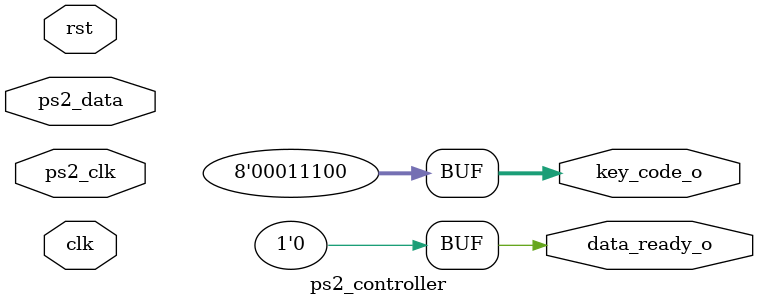
<source format=sv>
module ps2_controller (
    input  logic        clk, rst,
    input  logic        ps2_clk,     // Physical Clock pin
    input  logic        ps2_data,    // Physical Data pin
    output logic [7:0]  key_code_o,  // Last scan code received
    output logic        data_ready_o // New key pressed pulse
);
    // TODO: Implement 11-bit shift register and parity check
    assign key_code_o   = 8'h1C;     // Constant 'A' key for testing
    assign data_ready_o = 1'b0;
endmodule
</source>
